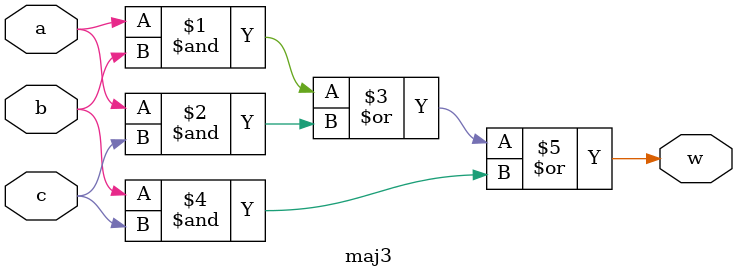
<source format=v>
`timescale 1ns/1ps 
module not_gate(input a, output w);
supply1 Vdd;
supply0 Gnd;
pmos #(4, 7, 9) Tp(w, Vdd, a);
nmos #(3, 5, 7) Tn(w, Gnd, a);
endmodule

module maj1(input a, b, c, output w);
supply1 Vdd;
supply0 Gnd;
wire Awire, Bwire, Cwire;
wire p1Wire, p2Wire, p3Wire;
wire n1Wire, n2Wire;
not_gate notGateA(a, Awire), notGateB(b, Bwire), notGateC(c, Cwire);
pmos #(4, 7, 9) pA1(p1Wire, Vdd, Awire), pA2(p2Wire, Vdd, Awire),
		pB1(w, p1Wire, Bwire), pB2(w, p3Wire, Bwire),
		pC1(w, p2Wire, Cwire), pC2(p3Wire, Vdd, Cwire);
nmos #(3, 5, 7) nB1(n1Wire, Gnd, Bwire), nC1(n1Wire, Gnd, Cwire),
		nA1(n2Wire, n1Wire, Awire), nC2(n2Wire, n1Wire, Cwire),
		nA2(w, n2Wire, Awire), nB2(w, n2Wire, Bwire);
endmodule

module maj2(input a, b, c, output w);
wire j, k, l, m, n;
not #(7, 9) bNot(j, b), cNot(k, c);
nand #(14, 10) first(l, c, b), second(m, k, j), third(n, m, a), last(w, l, n);
endmodule

module maj3(input a, b, c, output w);
assign #(30, 25) w = a&b | a&c | b&c; // not #(30, 27)
endmodule



</source>
